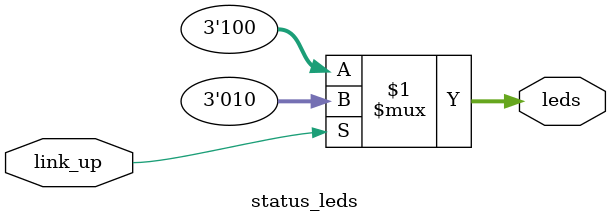
<source format=v>
module status_leds
(
    input link_up,

    output[2:0] leds
);

assign leds = {link_up? 3'b010:3'b100};


endmodule
</source>
